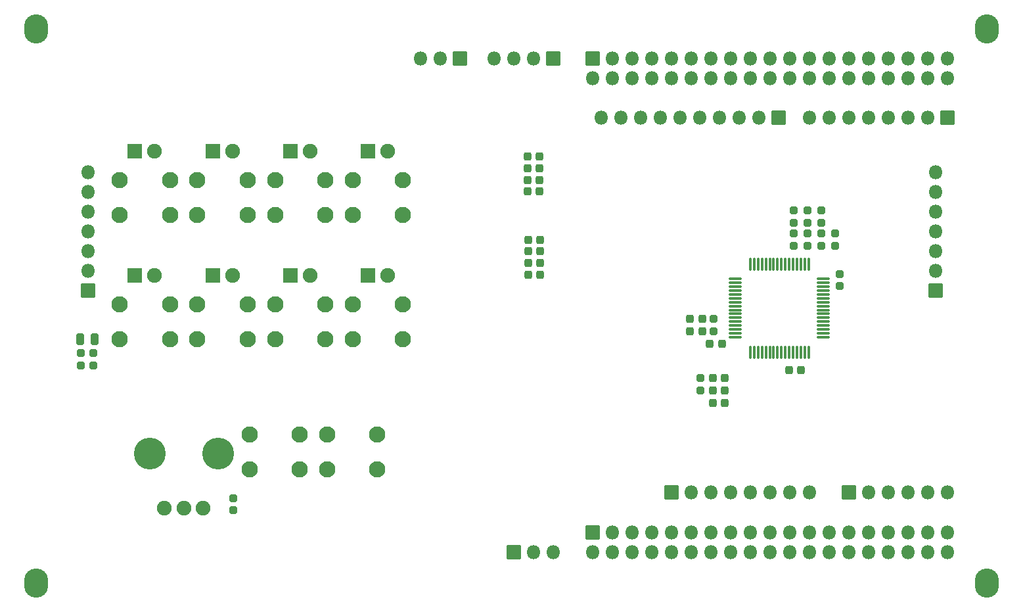
<source format=gts>
G04 #@! TF.GenerationSoftware,KiCad,Pcbnew,7.0.5*
G04 #@! TF.CreationDate,2023-06-11T20:55:59-05:00*
G04 #@! TF.ProjectId,NTS-1_CustomPanel,4e54532d-315f-4437-9573-746f6d50616e,C*
G04 #@! TF.SameCoordinates,Original*
G04 #@! TF.FileFunction,Soldermask,Top*
G04 #@! TF.FilePolarity,Negative*
%FSLAX46Y46*%
G04 Gerber Fmt 4.6, Leading zero omitted, Abs format (unit mm)*
G04 Created by KiCad (PCBNEW 7.0.5) date 2023-06-11 20:55:59*
%MOMM*%
%LPD*%
G01*
G04 APERTURE LIST*
G04 Aperture macros list*
%AMRoundRect*
0 Rectangle with rounded corners*
0 $1 Rounding radius*
0 $2 $3 $4 $5 $6 $7 $8 $9 X,Y pos of 4 corners*
0 Add a 4 corners polygon primitive as box body*
4,1,4,$2,$3,$4,$5,$6,$7,$8,$9,$2,$3,0*
0 Add four circle primitives for the rounded corners*
1,1,$1+$1,$2,$3*
1,1,$1+$1,$4,$5*
1,1,$1+$1,$6,$7*
1,1,$1+$1,$8,$9*
0 Add four rect primitives between the rounded corners*
20,1,$1+$1,$2,$3,$4,$5,0*
20,1,$1+$1,$4,$5,$6,$7,0*
20,1,$1+$1,$6,$7,$8,$9,0*
20,1,$1+$1,$8,$9,$2,$3,0*%
G04 Aperture macros list end*
%ADD10RoundRect,0.268750X-0.256250X0.218750X-0.256250X-0.218750X0.256250X-0.218750X0.256250X0.218750X0*%
%ADD11RoundRect,0.268750X0.256250X-0.218750X0.256250X0.218750X-0.256250X0.218750X-0.256250X-0.218750X0*%
%ADD12RoundRect,0.050000X-0.850000X0.850000X-0.850000X-0.850000X0.850000X-0.850000X0.850000X0.850000X0*%
%ADD13O,1.800000X1.800000*%
%ADD14RoundRect,0.050000X0.850000X-0.850000X0.850000X0.850000X-0.850000X0.850000X-0.850000X-0.850000X0*%
%ADD15RoundRect,0.268750X0.218750X0.256250X-0.218750X0.256250X-0.218750X-0.256250X0.218750X-0.256250X0*%
%ADD16C,2.100000*%
%ADD17C,4.100000*%
%ADD18C,1.900000*%
%ADD19RoundRect,0.050000X-0.900000X-0.900000X0.900000X-0.900000X0.900000X0.900000X-0.900000X0.900000X0*%
%ADD20RoundRect,0.125000X0.075000X-0.700000X0.075000X0.700000X-0.075000X0.700000X-0.075000X-0.700000X0*%
%ADD21RoundRect,0.125000X0.700000X-0.075000X0.700000X0.075000X-0.700000X0.075000X-0.700000X-0.075000X0*%
%ADD22O,3.100000X3.750000*%
%ADD23RoundRect,0.268750X-0.218750X-0.256250X0.218750X-0.256250X0.218750X0.256250X-0.218750X0.256250X0*%
%ADD24RoundRect,0.293750X-0.243750X-0.456250X0.243750X-0.456250X0.243750X0.456250X-0.243750X0.456250X0*%
%ADD25RoundRect,0.050000X-0.850000X-0.850000X0.850000X-0.850000X0.850000X0.850000X-0.850000X0.850000X0*%
G04 APERTURE END LIST*
D10*
X205999480Y-101612480D03*
X205999480Y-103187480D03*
X204199480Y-101612480D03*
X204199480Y-103187480D03*
X202400000Y-98612500D03*
X202400000Y-100187500D03*
X200600000Y-98612500D03*
X200600000Y-100187500D03*
X110399480Y-117012480D03*
X110399480Y-118587480D03*
D11*
X188600000Y-121787500D03*
X188600000Y-120212500D03*
D10*
X202399480Y-101612480D03*
X202399480Y-103187480D03*
D12*
X220460000Y-86700000D03*
D13*
X217920000Y-86700000D03*
X215380000Y-86700000D03*
X212840000Y-86700000D03*
X210300000Y-86700000D03*
X207760000Y-86700000D03*
X205220000Y-86700000D03*
X202680000Y-86700000D03*
D14*
X184910000Y-134950000D03*
D13*
X187450000Y-134950000D03*
X189990000Y-134950000D03*
X192530000Y-134950000D03*
X195070000Y-134950000D03*
X197610000Y-134950000D03*
X200150000Y-134950000D03*
X202690000Y-134950000D03*
D14*
X174740000Y-140080000D03*
D13*
X174740000Y-142620000D03*
X177280000Y-140080000D03*
X177280000Y-142620000D03*
X179820000Y-140080000D03*
X179820000Y-142620000D03*
X182360000Y-140080000D03*
X182360000Y-142620000D03*
X184900000Y-140080000D03*
X184900000Y-142620000D03*
X187440000Y-140080000D03*
X187440000Y-142620000D03*
X189980000Y-140080000D03*
X189980000Y-142620000D03*
X192520000Y-140080000D03*
X192520000Y-142620000D03*
X195060000Y-140080000D03*
X195060000Y-142620000D03*
X197600000Y-140080000D03*
X197600000Y-142620000D03*
X200140000Y-140080000D03*
X200140000Y-142620000D03*
X202680000Y-140080000D03*
X202680000Y-142620000D03*
X205220000Y-140080000D03*
X205220000Y-142620000D03*
X207760000Y-140080000D03*
X207760000Y-142620000D03*
X210300000Y-140080000D03*
X210300000Y-142620000D03*
X212840000Y-140080000D03*
X212840000Y-142620000D03*
X215380000Y-140080000D03*
X215380000Y-142620000D03*
X217920000Y-140080000D03*
X217920000Y-142620000D03*
X220460000Y-140080000D03*
X220460000Y-142620000D03*
D14*
X164580000Y-142620000D03*
D13*
X167120000Y-142620000D03*
X169660000Y-142620000D03*
D10*
X206599480Y-106812480D03*
X206599480Y-108387480D03*
D15*
X191386980Y-115799990D03*
X189811980Y-115799990D03*
X201586980Y-119199980D03*
X200011980Y-119199980D03*
D16*
X136999480Y-131999990D03*
X130499480Y-131999990D03*
X130499480Y-127499990D03*
X136999480Y-127499990D03*
D17*
X126450000Y-129950000D03*
X117650000Y-129950000D03*
D18*
X124550000Y-136950000D03*
X122050000Y-136950000D03*
X119550000Y-136950000D03*
D14*
X207750000Y-134950000D03*
D13*
X210290000Y-134950000D03*
X212830000Y-134950000D03*
X215370000Y-134950000D03*
X217910000Y-134950000D03*
X220450000Y-134950000D03*
D10*
X204200000Y-98612500D03*
X204200000Y-100187500D03*
X200599480Y-101612480D03*
X200599480Y-103187480D03*
D19*
X125750000Y-90999990D03*
D18*
X128290000Y-90999990D03*
D19*
X135750000Y-90999990D03*
D18*
X138290000Y-90999990D03*
D19*
X125750000Y-107000000D03*
D18*
X128290000Y-107000000D03*
D19*
X135750000Y-107000000D03*
D18*
X138290000Y-107000000D03*
D20*
X195049480Y-116874980D03*
X195549480Y-116874980D03*
X196049480Y-116874980D03*
X196549480Y-116874980D03*
X197049480Y-116874980D03*
X197549480Y-116874980D03*
X198049480Y-116874980D03*
X198549480Y-116874980D03*
X199049480Y-116874980D03*
X199549480Y-116874980D03*
X200049480Y-116874980D03*
X200549480Y-116874980D03*
X201049480Y-116874980D03*
X201549480Y-116874980D03*
X202049480Y-116874980D03*
X202549480Y-116874980D03*
D21*
X204474480Y-114949980D03*
X204474480Y-114449980D03*
X204474480Y-113949980D03*
X204474480Y-113449980D03*
X204474480Y-112949980D03*
X204474480Y-112449980D03*
X204474480Y-111949980D03*
X204474480Y-111449980D03*
X204474480Y-110949980D03*
X204474480Y-110449980D03*
X204474480Y-109949980D03*
X204474480Y-109449980D03*
X204474480Y-108949980D03*
X204474480Y-108449980D03*
X204474480Y-107949980D03*
X204474480Y-107449980D03*
D20*
X202549480Y-105524980D03*
X202049480Y-105524980D03*
X201549480Y-105524980D03*
X201049480Y-105524980D03*
X200549480Y-105524980D03*
X200049480Y-105524980D03*
X199549480Y-105524980D03*
X199049480Y-105524980D03*
X198549480Y-105524980D03*
X198049480Y-105524980D03*
X197549480Y-105524980D03*
X197049480Y-105524980D03*
X196549480Y-105524980D03*
X196049480Y-105524980D03*
X195549480Y-105524980D03*
X195049480Y-105524980D03*
D21*
X193124480Y-107449980D03*
X193124480Y-107949980D03*
X193124480Y-108449980D03*
X193124480Y-108949980D03*
X193124480Y-109449980D03*
X193124480Y-109949980D03*
X193124480Y-110449980D03*
X193124480Y-110949980D03*
X193124480Y-111449980D03*
X193124480Y-111949980D03*
X193124480Y-112449980D03*
X193124480Y-112949980D03*
X193124480Y-113449980D03*
X193124480Y-113949980D03*
X193124480Y-114449980D03*
X193124480Y-114949980D03*
D16*
X113800000Y-99200000D03*
X120300000Y-99200000D03*
X113800000Y-94700000D03*
X120300000Y-94700000D03*
X130300000Y-99200000D03*
X123800000Y-99200000D03*
X123800000Y-94700000D03*
X130300000Y-94700000D03*
X140300000Y-99200000D03*
X133800000Y-99200000D03*
X140300000Y-94700000D03*
X133800000Y-94700000D03*
X143800000Y-99200000D03*
X150300000Y-99200000D03*
X143800000Y-94700000D03*
X150300000Y-94700000D03*
X113800000Y-115200000D03*
X120300000Y-115200000D03*
X120300000Y-110700000D03*
X113800000Y-110700000D03*
X123800000Y-115200000D03*
X130300000Y-115200000D03*
X130300000Y-110700000D03*
X123800000Y-110700000D03*
X133800000Y-115200000D03*
X140300000Y-115200000D03*
X133800000Y-110700000D03*
X140300000Y-110700000D03*
X143800000Y-115200000D03*
X150300000Y-115200000D03*
X143800000Y-110700000D03*
X150300000Y-110700000D03*
D19*
X145750000Y-107000000D03*
D18*
X148290000Y-107000000D03*
D19*
X115750000Y-90999990D03*
D18*
X118290000Y-90999990D03*
D19*
X115750000Y-107000000D03*
D18*
X118290000Y-107000000D03*
D19*
X145750000Y-90999990D03*
D18*
X148290000Y-90999990D03*
D22*
X103050000Y-146596000D03*
X225550000Y-146596000D03*
D12*
X169640000Y-79080000D03*
D13*
X167100000Y-79080000D03*
X164560000Y-79080000D03*
X162020000Y-79080000D03*
D12*
X198650000Y-86700000D03*
D13*
X196110000Y-86700000D03*
X193570000Y-86700000D03*
X191030000Y-86700000D03*
X188490000Y-86700000D03*
X185950000Y-86700000D03*
X183410000Y-86700000D03*
X180870000Y-86700000D03*
X178330000Y-86700000D03*
X175790000Y-86700000D03*
D11*
X128399480Y-137262480D03*
X128399480Y-135687480D03*
D23*
X166312500Y-94700000D03*
X167887500Y-94700000D03*
X166312500Y-93200000D03*
X167887500Y-93200000D03*
X166312500Y-91700000D03*
X167887500Y-91700000D03*
X166412500Y-105400000D03*
X167987500Y-105400000D03*
X166412500Y-103900000D03*
X167987500Y-103900000D03*
X166412500Y-102400000D03*
X167987500Y-102400000D03*
D10*
X190266750Y-112580300D03*
X190266750Y-114155300D03*
D15*
X191786980Y-123424990D03*
X190211980Y-123424990D03*
D12*
X157590000Y-79080000D03*
D13*
X155050000Y-79080000D03*
X152510000Y-79080000D03*
D14*
X174720000Y-79080000D03*
D13*
X174720000Y-81620000D03*
X177260000Y-79080000D03*
X177260000Y-81620000D03*
X179800000Y-79080000D03*
X179800000Y-81620000D03*
X182340000Y-79080000D03*
X182340000Y-81620000D03*
X184880000Y-79080000D03*
X184880000Y-81620000D03*
X187420000Y-79080000D03*
X187420000Y-81620000D03*
X189960000Y-79080000D03*
X189960000Y-81620000D03*
X192500000Y-79080000D03*
X192500000Y-81620000D03*
X195040000Y-79080000D03*
X195040000Y-81620000D03*
X197580000Y-79080000D03*
X197580000Y-81620000D03*
X200120000Y-79080000D03*
X200120000Y-81620000D03*
X202660000Y-79080000D03*
X202660000Y-81620000D03*
X205200000Y-79080000D03*
X205200000Y-81620000D03*
X207740000Y-79080000D03*
X207740000Y-81620000D03*
X210280000Y-79080000D03*
X210280000Y-81620000D03*
X212820000Y-79080000D03*
X212820000Y-81620000D03*
X215360000Y-79080000D03*
X215360000Y-81620000D03*
X217900000Y-79080000D03*
X217900000Y-81620000D03*
X220440000Y-79080000D03*
X220440000Y-81620000D03*
D11*
X108799480Y-118587480D03*
X108799480Y-117012480D03*
D16*
X146999480Y-131999990D03*
X140499480Y-131999990D03*
X140499480Y-127499990D03*
X146999480Y-127499990D03*
D23*
X166312500Y-96200000D03*
X167887500Y-96200000D03*
X166412500Y-106900000D03*
X167987500Y-106900000D03*
D15*
X191786980Y-120199910D03*
X190211980Y-120199910D03*
D23*
X190211980Y-121824990D03*
X191786980Y-121824990D03*
X187279250Y-112567790D03*
X188854250Y-112567790D03*
X187279250Y-114167790D03*
X188854250Y-114167790D03*
D24*
X108661980Y-115199980D03*
X110536980Y-115199980D03*
D22*
X225550000Y-75246000D03*
X103050000Y-75246000D03*
D25*
X218910000Y-108950000D03*
D13*
X218910000Y-106410000D03*
X218910000Y-103870000D03*
X218910000Y-101330000D03*
X218910000Y-98790000D03*
X218910000Y-96250000D03*
X218910000Y-93710000D03*
D25*
X109690000Y-108950000D03*
D13*
X109690000Y-106410000D03*
X109690000Y-103870000D03*
X109690000Y-101330000D03*
X109690000Y-98790000D03*
X109690000Y-96250000D03*
X109690000Y-93710000D03*
M02*

</source>
